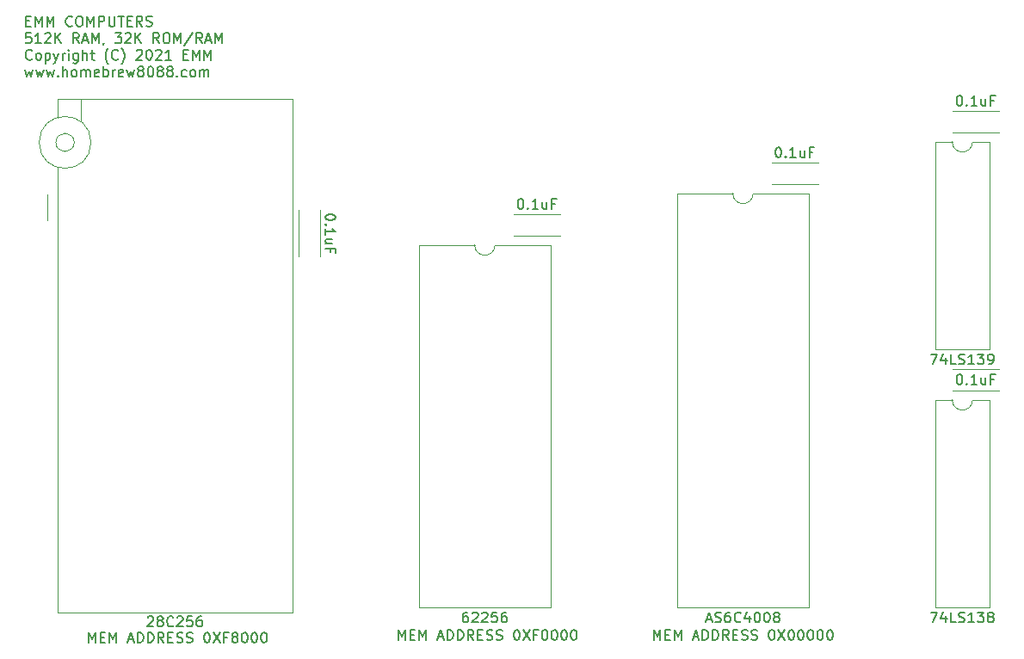
<source format=gbr>
G04 #@! TF.GenerationSoftware,KiCad,Pcbnew,(5.1.8)-1*
G04 #@! TF.CreationDate,2021-11-26T20:45:30-07:00*
G04 #@! TF.ProjectId,512k,3531326b-2e6b-4696-9361-645f70636258,rev?*
G04 #@! TF.SameCoordinates,Original*
G04 #@! TF.FileFunction,Legend,Top*
G04 #@! TF.FilePolarity,Positive*
%FSLAX46Y46*%
G04 Gerber Fmt 4.6, Leading zero omitted, Abs format (unit mm)*
G04 Created by KiCad (PCBNEW (5.1.8)-1) date 2021-11-26 20:45:30*
%MOMM*%
%LPD*%
G01*
G04 APERTURE LIST*
%ADD10C,0.150000*%
%ADD11C,0.120000*%
G04 APERTURE END LIST*
D10*
X89552284Y-121838980D02*
X89552284Y-120838980D01*
X89885618Y-121553266D01*
X90218951Y-120838980D01*
X90218951Y-121838980D01*
X90695141Y-121315171D02*
X91028475Y-121315171D01*
X91171332Y-121838980D02*
X90695141Y-121838980D01*
X90695141Y-120838980D01*
X91171332Y-120838980D01*
X91599903Y-121838980D02*
X91599903Y-120838980D01*
X91933237Y-121553266D01*
X92266570Y-120838980D01*
X92266570Y-121838980D01*
X93457046Y-121553266D02*
X93933237Y-121553266D01*
X93361808Y-121838980D02*
X93695141Y-120838980D01*
X94028475Y-121838980D01*
X94361808Y-121838980D02*
X94361808Y-120838980D01*
X94599903Y-120838980D01*
X94742760Y-120886600D01*
X94837999Y-120981838D01*
X94885618Y-121077076D01*
X94933237Y-121267552D01*
X94933237Y-121410409D01*
X94885618Y-121600885D01*
X94837999Y-121696123D01*
X94742760Y-121791361D01*
X94599903Y-121838980D01*
X94361808Y-121838980D01*
X95361808Y-121838980D02*
X95361808Y-120838980D01*
X95599903Y-120838980D01*
X95742760Y-120886600D01*
X95837999Y-120981838D01*
X95885618Y-121077076D01*
X95933237Y-121267552D01*
X95933237Y-121410409D01*
X95885618Y-121600885D01*
X95837999Y-121696123D01*
X95742760Y-121791361D01*
X95599903Y-121838980D01*
X95361808Y-121838980D01*
X96933237Y-121838980D02*
X96599903Y-121362790D01*
X96361808Y-121838980D02*
X96361808Y-120838980D01*
X96742760Y-120838980D01*
X96837999Y-120886600D01*
X96885618Y-120934219D01*
X96933237Y-121029457D01*
X96933237Y-121172314D01*
X96885618Y-121267552D01*
X96837999Y-121315171D01*
X96742760Y-121362790D01*
X96361808Y-121362790D01*
X97361808Y-121315171D02*
X97695141Y-121315171D01*
X97837999Y-121838980D02*
X97361808Y-121838980D01*
X97361808Y-120838980D01*
X97837999Y-120838980D01*
X98218951Y-121791361D02*
X98361808Y-121838980D01*
X98599903Y-121838980D01*
X98695141Y-121791361D01*
X98742760Y-121743742D01*
X98790380Y-121648504D01*
X98790380Y-121553266D01*
X98742760Y-121458028D01*
X98695141Y-121410409D01*
X98599903Y-121362790D01*
X98409427Y-121315171D01*
X98314189Y-121267552D01*
X98266570Y-121219933D01*
X98218951Y-121124695D01*
X98218951Y-121029457D01*
X98266570Y-120934219D01*
X98314189Y-120886600D01*
X98409427Y-120838980D01*
X98647522Y-120838980D01*
X98790380Y-120886600D01*
X99171332Y-121791361D02*
X99314189Y-121838980D01*
X99552284Y-121838980D01*
X99647522Y-121791361D01*
X99695141Y-121743742D01*
X99742760Y-121648504D01*
X99742760Y-121553266D01*
X99695141Y-121458028D01*
X99647522Y-121410409D01*
X99552284Y-121362790D01*
X99361808Y-121315171D01*
X99266570Y-121267552D01*
X99218951Y-121219933D01*
X99171332Y-121124695D01*
X99171332Y-121029457D01*
X99218951Y-120934219D01*
X99266570Y-120886600D01*
X99361808Y-120838980D01*
X99599903Y-120838980D01*
X99742760Y-120886600D01*
X101123713Y-120838980D02*
X101218951Y-120838980D01*
X101314189Y-120886600D01*
X101361808Y-120934219D01*
X101409427Y-121029457D01*
X101457046Y-121219933D01*
X101457046Y-121458028D01*
X101409427Y-121648504D01*
X101361808Y-121743742D01*
X101314189Y-121791361D01*
X101218951Y-121838980D01*
X101123713Y-121838980D01*
X101028475Y-121791361D01*
X100980856Y-121743742D01*
X100933237Y-121648504D01*
X100885618Y-121458028D01*
X100885618Y-121219933D01*
X100933237Y-121029457D01*
X100980856Y-120934219D01*
X101028475Y-120886600D01*
X101123713Y-120838980D01*
X101790380Y-120838980D02*
X102457046Y-121838980D01*
X102457046Y-120838980D02*
X101790380Y-121838980D01*
X103171332Y-121315171D02*
X102837999Y-121315171D01*
X102837999Y-121838980D02*
X102837999Y-120838980D01*
X103314189Y-120838980D01*
X103837999Y-121267552D02*
X103742760Y-121219933D01*
X103695141Y-121172314D01*
X103647522Y-121077076D01*
X103647522Y-121029457D01*
X103695141Y-120934219D01*
X103742760Y-120886600D01*
X103837999Y-120838980D01*
X104028475Y-120838980D01*
X104123713Y-120886600D01*
X104171332Y-120934219D01*
X104218951Y-121029457D01*
X104218951Y-121077076D01*
X104171332Y-121172314D01*
X104123713Y-121219933D01*
X104028475Y-121267552D01*
X103837999Y-121267552D01*
X103742760Y-121315171D01*
X103695141Y-121362790D01*
X103647522Y-121458028D01*
X103647522Y-121648504D01*
X103695141Y-121743742D01*
X103742760Y-121791361D01*
X103837999Y-121838980D01*
X104028475Y-121838980D01*
X104123713Y-121791361D01*
X104171332Y-121743742D01*
X104218951Y-121648504D01*
X104218951Y-121458028D01*
X104171332Y-121362790D01*
X104123713Y-121315171D01*
X104028475Y-121267552D01*
X104837999Y-120838980D02*
X104933237Y-120838980D01*
X105028475Y-120886600D01*
X105076094Y-120934219D01*
X105123713Y-121029457D01*
X105171332Y-121219933D01*
X105171332Y-121458028D01*
X105123713Y-121648504D01*
X105076094Y-121743742D01*
X105028475Y-121791361D01*
X104933237Y-121838980D01*
X104837999Y-121838980D01*
X104742760Y-121791361D01*
X104695141Y-121743742D01*
X104647522Y-121648504D01*
X104599903Y-121458028D01*
X104599903Y-121219933D01*
X104647522Y-121029457D01*
X104695141Y-120934219D01*
X104742760Y-120886600D01*
X104837999Y-120838980D01*
X105790380Y-120838980D02*
X105885618Y-120838980D01*
X105980856Y-120886600D01*
X106028475Y-120934219D01*
X106076094Y-121029457D01*
X106123713Y-121219933D01*
X106123713Y-121458028D01*
X106076094Y-121648504D01*
X106028475Y-121743742D01*
X105980856Y-121791361D01*
X105885618Y-121838980D01*
X105790380Y-121838980D01*
X105695141Y-121791361D01*
X105647522Y-121743742D01*
X105599903Y-121648504D01*
X105552284Y-121458028D01*
X105552284Y-121219933D01*
X105599903Y-121029457D01*
X105647522Y-120934219D01*
X105695141Y-120886600D01*
X105790380Y-120838980D01*
X106742760Y-120838980D02*
X106837999Y-120838980D01*
X106933237Y-120886600D01*
X106980856Y-120934219D01*
X107028475Y-121029457D01*
X107076094Y-121219933D01*
X107076094Y-121458028D01*
X107028475Y-121648504D01*
X106980856Y-121743742D01*
X106933237Y-121791361D01*
X106837999Y-121838980D01*
X106742760Y-121838980D01*
X106647522Y-121791361D01*
X106599903Y-121743742D01*
X106552284Y-121648504D01*
X106504665Y-121458028D01*
X106504665Y-121219933D01*
X106552284Y-121029457D01*
X106599903Y-120934219D01*
X106647522Y-120886600D01*
X106742760Y-120838980D01*
X145130665Y-121584980D02*
X145130665Y-120584980D01*
X145463999Y-121299266D01*
X145797332Y-120584980D01*
X145797332Y-121584980D01*
X146273522Y-121061171D02*
X146606856Y-121061171D01*
X146749713Y-121584980D02*
X146273522Y-121584980D01*
X146273522Y-120584980D01*
X146749713Y-120584980D01*
X147178284Y-121584980D02*
X147178284Y-120584980D01*
X147511618Y-121299266D01*
X147844951Y-120584980D01*
X147844951Y-121584980D01*
X149035427Y-121299266D02*
X149511618Y-121299266D01*
X148940189Y-121584980D02*
X149273522Y-120584980D01*
X149606856Y-121584980D01*
X149940189Y-121584980D02*
X149940189Y-120584980D01*
X150178284Y-120584980D01*
X150321141Y-120632600D01*
X150416380Y-120727838D01*
X150463999Y-120823076D01*
X150511618Y-121013552D01*
X150511618Y-121156409D01*
X150463999Y-121346885D01*
X150416380Y-121442123D01*
X150321141Y-121537361D01*
X150178284Y-121584980D01*
X149940189Y-121584980D01*
X150940189Y-121584980D02*
X150940189Y-120584980D01*
X151178284Y-120584980D01*
X151321141Y-120632600D01*
X151416380Y-120727838D01*
X151463999Y-120823076D01*
X151511618Y-121013552D01*
X151511618Y-121156409D01*
X151463999Y-121346885D01*
X151416380Y-121442123D01*
X151321141Y-121537361D01*
X151178284Y-121584980D01*
X150940189Y-121584980D01*
X152511618Y-121584980D02*
X152178284Y-121108790D01*
X151940189Y-121584980D02*
X151940189Y-120584980D01*
X152321141Y-120584980D01*
X152416380Y-120632600D01*
X152463999Y-120680219D01*
X152511618Y-120775457D01*
X152511618Y-120918314D01*
X152463999Y-121013552D01*
X152416380Y-121061171D01*
X152321141Y-121108790D01*
X151940189Y-121108790D01*
X152940189Y-121061171D02*
X153273522Y-121061171D01*
X153416380Y-121584980D02*
X152940189Y-121584980D01*
X152940189Y-120584980D01*
X153416380Y-120584980D01*
X153797332Y-121537361D02*
X153940189Y-121584980D01*
X154178284Y-121584980D01*
X154273522Y-121537361D01*
X154321141Y-121489742D01*
X154368760Y-121394504D01*
X154368760Y-121299266D01*
X154321141Y-121204028D01*
X154273522Y-121156409D01*
X154178284Y-121108790D01*
X153987808Y-121061171D01*
X153892570Y-121013552D01*
X153844951Y-120965933D01*
X153797332Y-120870695D01*
X153797332Y-120775457D01*
X153844951Y-120680219D01*
X153892570Y-120632600D01*
X153987808Y-120584980D01*
X154225903Y-120584980D01*
X154368760Y-120632600D01*
X154749713Y-121537361D02*
X154892570Y-121584980D01*
X155130665Y-121584980D01*
X155225903Y-121537361D01*
X155273522Y-121489742D01*
X155321141Y-121394504D01*
X155321141Y-121299266D01*
X155273522Y-121204028D01*
X155225903Y-121156409D01*
X155130665Y-121108790D01*
X154940189Y-121061171D01*
X154844951Y-121013552D01*
X154797332Y-120965933D01*
X154749713Y-120870695D01*
X154749713Y-120775457D01*
X154797332Y-120680219D01*
X154844951Y-120632600D01*
X154940189Y-120584980D01*
X155178284Y-120584980D01*
X155321141Y-120632600D01*
X156702094Y-120584980D02*
X156797332Y-120584980D01*
X156892570Y-120632600D01*
X156940189Y-120680219D01*
X156987808Y-120775457D01*
X157035427Y-120965933D01*
X157035427Y-121204028D01*
X156987808Y-121394504D01*
X156940189Y-121489742D01*
X156892570Y-121537361D01*
X156797332Y-121584980D01*
X156702094Y-121584980D01*
X156606856Y-121537361D01*
X156559237Y-121489742D01*
X156511618Y-121394504D01*
X156463999Y-121204028D01*
X156463999Y-120965933D01*
X156511618Y-120775457D01*
X156559237Y-120680219D01*
X156606856Y-120632600D01*
X156702094Y-120584980D01*
X157368760Y-120584980D02*
X158035427Y-121584980D01*
X158035427Y-120584980D02*
X157368760Y-121584980D01*
X158606856Y-120584980D02*
X158702094Y-120584980D01*
X158797332Y-120632600D01*
X158844951Y-120680219D01*
X158892570Y-120775457D01*
X158940189Y-120965933D01*
X158940189Y-121204028D01*
X158892570Y-121394504D01*
X158844951Y-121489742D01*
X158797332Y-121537361D01*
X158702094Y-121584980D01*
X158606856Y-121584980D01*
X158511618Y-121537361D01*
X158463999Y-121489742D01*
X158416380Y-121394504D01*
X158368760Y-121204028D01*
X158368760Y-120965933D01*
X158416380Y-120775457D01*
X158463999Y-120680219D01*
X158511618Y-120632600D01*
X158606856Y-120584980D01*
X159559237Y-120584980D02*
X159654475Y-120584980D01*
X159749713Y-120632600D01*
X159797332Y-120680219D01*
X159844951Y-120775457D01*
X159892570Y-120965933D01*
X159892570Y-121204028D01*
X159844951Y-121394504D01*
X159797332Y-121489742D01*
X159749713Y-121537361D01*
X159654475Y-121584980D01*
X159559237Y-121584980D01*
X159463999Y-121537361D01*
X159416380Y-121489742D01*
X159368760Y-121394504D01*
X159321141Y-121204028D01*
X159321141Y-120965933D01*
X159368760Y-120775457D01*
X159416380Y-120680219D01*
X159463999Y-120632600D01*
X159559237Y-120584980D01*
X160511618Y-120584980D02*
X160606856Y-120584980D01*
X160702094Y-120632600D01*
X160749713Y-120680219D01*
X160797332Y-120775457D01*
X160844951Y-120965933D01*
X160844951Y-121204028D01*
X160797332Y-121394504D01*
X160749713Y-121489742D01*
X160702094Y-121537361D01*
X160606856Y-121584980D01*
X160511618Y-121584980D01*
X160416380Y-121537361D01*
X160368760Y-121489742D01*
X160321141Y-121394504D01*
X160273522Y-121204028D01*
X160273522Y-120965933D01*
X160321141Y-120775457D01*
X160368760Y-120680219D01*
X160416380Y-120632600D01*
X160511618Y-120584980D01*
X161463999Y-120584980D02*
X161559237Y-120584980D01*
X161654475Y-120632600D01*
X161702094Y-120680219D01*
X161749713Y-120775457D01*
X161797332Y-120965933D01*
X161797332Y-121204028D01*
X161749713Y-121394504D01*
X161702094Y-121489742D01*
X161654475Y-121537361D01*
X161559237Y-121584980D01*
X161463999Y-121584980D01*
X161368760Y-121537361D01*
X161321141Y-121489742D01*
X161273522Y-121394504D01*
X161225903Y-121204028D01*
X161225903Y-120965933D01*
X161273522Y-120775457D01*
X161321141Y-120680219D01*
X161368760Y-120632600D01*
X161463999Y-120584980D01*
X162416380Y-120584980D02*
X162511618Y-120584980D01*
X162606856Y-120632600D01*
X162654475Y-120680219D01*
X162702094Y-120775457D01*
X162749713Y-120965933D01*
X162749713Y-121204028D01*
X162702094Y-121394504D01*
X162654475Y-121489742D01*
X162606856Y-121537361D01*
X162511618Y-121584980D01*
X162416380Y-121584980D01*
X162321141Y-121537361D01*
X162273522Y-121489742D01*
X162225903Y-121394504D01*
X162178284Y-121204028D01*
X162178284Y-120965933D01*
X162225903Y-120775457D01*
X162273522Y-120680219D01*
X162321141Y-120632600D01*
X162416380Y-120584980D01*
X83385975Y-60674171D02*
X83719308Y-60674171D01*
X83862165Y-61197980D02*
X83385975Y-61197980D01*
X83385975Y-60197980D01*
X83862165Y-60197980D01*
X84290737Y-61197980D02*
X84290737Y-60197980D01*
X84624070Y-60912266D01*
X84957403Y-60197980D01*
X84957403Y-61197980D01*
X85433594Y-61197980D02*
X85433594Y-60197980D01*
X85766927Y-60912266D01*
X86100260Y-60197980D01*
X86100260Y-61197980D01*
X87909784Y-61102742D02*
X87862165Y-61150361D01*
X87719308Y-61197980D01*
X87624070Y-61197980D01*
X87481213Y-61150361D01*
X87385975Y-61055123D01*
X87338356Y-60959885D01*
X87290737Y-60769409D01*
X87290737Y-60626552D01*
X87338356Y-60436076D01*
X87385975Y-60340838D01*
X87481213Y-60245600D01*
X87624070Y-60197980D01*
X87719308Y-60197980D01*
X87862165Y-60245600D01*
X87909784Y-60293219D01*
X88528832Y-60197980D02*
X88719308Y-60197980D01*
X88814546Y-60245600D01*
X88909784Y-60340838D01*
X88957403Y-60531314D01*
X88957403Y-60864647D01*
X88909784Y-61055123D01*
X88814546Y-61150361D01*
X88719308Y-61197980D01*
X88528832Y-61197980D01*
X88433594Y-61150361D01*
X88338356Y-61055123D01*
X88290737Y-60864647D01*
X88290737Y-60531314D01*
X88338356Y-60340838D01*
X88433594Y-60245600D01*
X88528832Y-60197980D01*
X89385975Y-61197980D02*
X89385975Y-60197980D01*
X89719308Y-60912266D01*
X90052641Y-60197980D01*
X90052641Y-61197980D01*
X90528832Y-61197980D02*
X90528832Y-60197980D01*
X90909784Y-60197980D01*
X91005022Y-60245600D01*
X91052641Y-60293219D01*
X91100260Y-60388457D01*
X91100260Y-60531314D01*
X91052641Y-60626552D01*
X91005022Y-60674171D01*
X90909784Y-60721790D01*
X90528832Y-60721790D01*
X91528832Y-60197980D02*
X91528832Y-61007504D01*
X91576451Y-61102742D01*
X91624070Y-61150361D01*
X91719308Y-61197980D01*
X91909784Y-61197980D01*
X92005022Y-61150361D01*
X92052641Y-61102742D01*
X92100260Y-61007504D01*
X92100260Y-60197980D01*
X92433594Y-60197980D02*
X93005022Y-60197980D01*
X92719308Y-61197980D02*
X92719308Y-60197980D01*
X93338356Y-60674171D02*
X93671689Y-60674171D01*
X93814546Y-61197980D02*
X93338356Y-61197980D01*
X93338356Y-60197980D01*
X93814546Y-60197980D01*
X94814546Y-61197980D02*
X94481213Y-60721790D01*
X94243118Y-61197980D02*
X94243118Y-60197980D01*
X94624070Y-60197980D01*
X94719308Y-60245600D01*
X94766927Y-60293219D01*
X94814546Y-60388457D01*
X94814546Y-60531314D01*
X94766927Y-60626552D01*
X94719308Y-60674171D01*
X94624070Y-60721790D01*
X94243118Y-60721790D01*
X95195499Y-61150361D02*
X95338356Y-61197980D01*
X95576451Y-61197980D01*
X95671689Y-61150361D01*
X95719308Y-61102742D01*
X95766927Y-61007504D01*
X95766927Y-60912266D01*
X95719308Y-60817028D01*
X95671689Y-60769409D01*
X95576451Y-60721790D01*
X95385975Y-60674171D01*
X95290737Y-60626552D01*
X95243118Y-60578933D01*
X95195499Y-60483695D01*
X95195499Y-60388457D01*
X95243118Y-60293219D01*
X95290737Y-60245600D01*
X95385975Y-60197980D01*
X95624070Y-60197980D01*
X95766927Y-60245600D01*
X83862165Y-61847980D02*
X83385975Y-61847980D01*
X83338356Y-62324171D01*
X83385975Y-62276552D01*
X83481213Y-62228933D01*
X83719308Y-62228933D01*
X83814546Y-62276552D01*
X83862165Y-62324171D01*
X83909784Y-62419409D01*
X83909784Y-62657504D01*
X83862165Y-62752742D01*
X83814546Y-62800361D01*
X83719308Y-62847980D01*
X83481213Y-62847980D01*
X83385975Y-62800361D01*
X83338356Y-62752742D01*
X84862165Y-62847980D02*
X84290737Y-62847980D01*
X84576451Y-62847980D02*
X84576451Y-61847980D01*
X84481213Y-61990838D01*
X84385975Y-62086076D01*
X84290737Y-62133695D01*
X85243118Y-61943219D02*
X85290737Y-61895600D01*
X85385975Y-61847980D01*
X85624070Y-61847980D01*
X85719308Y-61895600D01*
X85766927Y-61943219D01*
X85814546Y-62038457D01*
X85814546Y-62133695D01*
X85766927Y-62276552D01*
X85195499Y-62847980D01*
X85814546Y-62847980D01*
X86243118Y-62847980D02*
X86243118Y-61847980D01*
X86814546Y-62847980D02*
X86385975Y-62276552D01*
X86814546Y-61847980D02*
X86243118Y-62419409D01*
X88576451Y-62847980D02*
X88243118Y-62371790D01*
X88005022Y-62847980D02*
X88005022Y-61847980D01*
X88385975Y-61847980D01*
X88481213Y-61895600D01*
X88528832Y-61943219D01*
X88576451Y-62038457D01*
X88576451Y-62181314D01*
X88528832Y-62276552D01*
X88481213Y-62324171D01*
X88385975Y-62371790D01*
X88005022Y-62371790D01*
X88957403Y-62562266D02*
X89433594Y-62562266D01*
X88862165Y-62847980D02*
X89195499Y-61847980D01*
X89528832Y-62847980D01*
X89862165Y-62847980D02*
X89862165Y-61847980D01*
X90195499Y-62562266D01*
X90528832Y-61847980D01*
X90528832Y-62847980D01*
X91052641Y-62800361D02*
X91052641Y-62847980D01*
X91005022Y-62943219D01*
X90957403Y-62990838D01*
X92147880Y-61847980D02*
X92766927Y-61847980D01*
X92433594Y-62228933D01*
X92576451Y-62228933D01*
X92671689Y-62276552D01*
X92719308Y-62324171D01*
X92766927Y-62419409D01*
X92766927Y-62657504D01*
X92719308Y-62752742D01*
X92671689Y-62800361D01*
X92576451Y-62847980D01*
X92290737Y-62847980D01*
X92195499Y-62800361D01*
X92147880Y-62752742D01*
X93147880Y-61943219D02*
X93195499Y-61895600D01*
X93290737Y-61847980D01*
X93528832Y-61847980D01*
X93624070Y-61895600D01*
X93671689Y-61943219D01*
X93719308Y-62038457D01*
X93719308Y-62133695D01*
X93671689Y-62276552D01*
X93100260Y-62847980D01*
X93719308Y-62847980D01*
X94147880Y-62847980D02*
X94147880Y-61847980D01*
X94719308Y-62847980D02*
X94290737Y-62276552D01*
X94719308Y-61847980D02*
X94147880Y-62419409D01*
X96481213Y-62847980D02*
X96147880Y-62371790D01*
X95909784Y-62847980D02*
X95909784Y-61847980D01*
X96290737Y-61847980D01*
X96385975Y-61895600D01*
X96433594Y-61943219D01*
X96481213Y-62038457D01*
X96481213Y-62181314D01*
X96433594Y-62276552D01*
X96385975Y-62324171D01*
X96290737Y-62371790D01*
X95909784Y-62371790D01*
X97100260Y-61847980D02*
X97290737Y-61847980D01*
X97385975Y-61895600D01*
X97481213Y-61990838D01*
X97528832Y-62181314D01*
X97528832Y-62514647D01*
X97481213Y-62705123D01*
X97385975Y-62800361D01*
X97290737Y-62847980D01*
X97100260Y-62847980D01*
X97005022Y-62800361D01*
X96909784Y-62705123D01*
X96862165Y-62514647D01*
X96862165Y-62181314D01*
X96909784Y-61990838D01*
X97005022Y-61895600D01*
X97100260Y-61847980D01*
X97957403Y-62847980D02*
X97957403Y-61847980D01*
X98290737Y-62562266D01*
X98624070Y-61847980D01*
X98624070Y-62847980D01*
X99814546Y-61800361D02*
X98957403Y-63086076D01*
X100719308Y-62847980D02*
X100385975Y-62371790D01*
X100147880Y-62847980D02*
X100147880Y-61847980D01*
X100528832Y-61847980D01*
X100624070Y-61895600D01*
X100671689Y-61943219D01*
X100719308Y-62038457D01*
X100719308Y-62181314D01*
X100671689Y-62276552D01*
X100624070Y-62324171D01*
X100528832Y-62371790D01*
X100147880Y-62371790D01*
X101100260Y-62562266D02*
X101576451Y-62562266D01*
X101005022Y-62847980D02*
X101338356Y-61847980D01*
X101671689Y-62847980D01*
X102005022Y-62847980D02*
X102005022Y-61847980D01*
X102338356Y-62562266D01*
X102671689Y-61847980D01*
X102671689Y-62847980D01*
X83957403Y-64402742D02*
X83909784Y-64450361D01*
X83766927Y-64497980D01*
X83671689Y-64497980D01*
X83528832Y-64450361D01*
X83433594Y-64355123D01*
X83385975Y-64259885D01*
X83338356Y-64069409D01*
X83338356Y-63926552D01*
X83385975Y-63736076D01*
X83433594Y-63640838D01*
X83528832Y-63545600D01*
X83671689Y-63497980D01*
X83766927Y-63497980D01*
X83909784Y-63545600D01*
X83957403Y-63593219D01*
X84528832Y-64497980D02*
X84433594Y-64450361D01*
X84385975Y-64402742D01*
X84338356Y-64307504D01*
X84338356Y-64021790D01*
X84385975Y-63926552D01*
X84433594Y-63878933D01*
X84528832Y-63831314D01*
X84671689Y-63831314D01*
X84766927Y-63878933D01*
X84814546Y-63926552D01*
X84862165Y-64021790D01*
X84862165Y-64307504D01*
X84814546Y-64402742D01*
X84766927Y-64450361D01*
X84671689Y-64497980D01*
X84528832Y-64497980D01*
X85290737Y-63831314D02*
X85290737Y-64831314D01*
X85290737Y-63878933D02*
X85385975Y-63831314D01*
X85576451Y-63831314D01*
X85671689Y-63878933D01*
X85719308Y-63926552D01*
X85766927Y-64021790D01*
X85766927Y-64307504D01*
X85719308Y-64402742D01*
X85671689Y-64450361D01*
X85576451Y-64497980D01*
X85385975Y-64497980D01*
X85290737Y-64450361D01*
X86100260Y-63831314D02*
X86338356Y-64497980D01*
X86576451Y-63831314D02*
X86338356Y-64497980D01*
X86243118Y-64736076D01*
X86195499Y-64783695D01*
X86100260Y-64831314D01*
X86957403Y-64497980D02*
X86957403Y-63831314D01*
X86957403Y-64021790D02*
X87005022Y-63926552D01*
X87052641Y-63878933D01*
X87147880Y-63831314D01*
X87243118Y-63831314D01*
X87576451Y-64497980D02*
X87576451Y-63831314D01*
X87576451Y-63497980D02*
X87528832Y-63545600D01*
X87576451Y-63593219D01*
X87624070Y-63545600D01*
X87576451Y-63497980D01*
X87576451Y-63593219D01*
X88481213Y-63831314D02*
X88481213Y-64640838D01*
X88433594Y-64736076D01*
X88385975Y-64783695D01*
X88290737Y-64831314D01*
X88147880Y-64831314D01*
X88052641Y-64783695D01*
X88481213Y-64450361D02*
X88385975Y-64497980D01*
X88195499Y-64497980D01*
X88100260Y-64450361D01*
X88052641Y-64402742D01*
X88005022Y-64307504D01*
X88005022Y-64021790D01*
X88052641Y-63926552D01*
X88100260Y-63878933D01*
X88195499Y-63831314D01*
X88385975Y-63831314D01*
X88481213Y-63878933D01*
X88957403Y-64497980D02*
X88957403Y-63497980D01*
X89385975Y-64497980D02*
X89385975Y-63974171D01*
X89338356Y-63878933D01*
X89243118Y-63831314D01*
X89100260Y-63831314D01*
X89005022Y-63878933D01*
X88957403Y-63926552D01*
X89719308Y-63831314D02*
X90100260Y-63831314D01*
X89862165Y-63497980D02*
X89862165Y-64355123D01*
X89909784Y-64450361D01*
X90005022Y-64497980D01*
X90100260Y-64497980D01*
X91481213Y-64878933D02*
X91433594Y-64831314D01*
X91338356Y-64688457D01*
X91290737Y-64593219D01*
X91243118Y-64450361D01*
X91195499Y-64212266D01*
X91195499Y-64021790D01*
X91243118Y-63783695D01*
X91290737Y-63640838D01*
X91338356Y-63545600D01*
X91433594Y-63402742D01*
X91481213Y-63355123D01*
X92433594Y-64402742D02*
X92385975Y-64450361D01*
X92243118Y-64497980D01*
X92147880Y-64497980D01*
X92005022Y-64450361D01*
X91909784Y-64355123D01*
X91862165Y-64259885D01*
X91814546Y-64069409D01*
X91814546Y-63926552D01*
X91862165Y-63736076D01*
X91909784Y-63640838D01*
X92005022Y-63545600D01*
X92147880Y-63497980D01*
X92243118Y-63497980D01*
X92385975Y-63545600D01*
X92433594Y-63593219D01*
X92766927Y-64878933D02*
X92814546Y-64831314D01*
X92909784Y-64688457D01*
X92957403Y-64593219D01*
X93005022Y-64450361D01*
X93052641Y-64212266D01*
X93052641Y-64021790D01*
X93005022Y-63783695D01*
X92957403Y-63640838D01*
X92909784Y-63545600D01*
X92814546Y-63402742D01*
X92766927Y-63355123D01*
X94243118Y-63593219D02*
X94290737Y-63545600D01*
X94385975Y-63497980D01*
X94624070Y-63497980D01*
X94719308Y-63545600D01*
X94766927Y-63593219D01*
X94814546Y-63688457D01*
X94814546Y-63783695D01*
X94766927Y-63926552D01*
X94195499Y-64497980D01*
X94814546Y-64497980D01*
X95433594Y-63497980D02*
X95528832Y-63497980D01*
X95624070Y-63545600D01*
X95671689Y-63593219D01*
X95719308Y-63688457D01*
X95766927Y-63878933D01*
X95766927Y-64117028D01*
X95719308Y-64307504D01*
X95671689Y-64402742D01*
X95624070Y-64450361D01*
X95528832Y-64497980D01*
X95433594Y-64497980D01*
X95338356Y-64450361D01*
X95290737Y-64402742D01*
X95243118Y-64307504D01*
X95195499Y-64117028D01*
X95195499Y-63878933D01*
X95243118Y-63688457D01*
X95290737Y-63593219D01*
X95338356Y-63545600D01*
X95433594Y-63497980D01*
X96147880Y-63593219D02*
X96195499Y-63545600D01*
X96290737Y-63497980D01*
X96528832Y-63497980D01*
X96624070Y-63545600D01*
X96671689Y-63593219D01*
X96719308Y-63688457D01*
X96719308Y-63783695D01*
X96671689Y-63926552D01*
X96100260Y-64497980D01*
X96719308Y-64497980D01*
X97671689Y-64497980D02*
X97100260Y-64497980D01*
X97385975Y-64497980D02*
X97385975Y-63497980D01*
X97290737Y-63640838D01*
X97195499Y-63736076D01*
X97100260Y-63783695D01*
X98862165Y-63974171D02*
X99195499Y-63974171D01*
X99338356Y-64497980D02*
X98862165Y-64497980D01*
X98862165Y-63497980D01*
X99338356Y-63497980D01*
X99766927Y-64497980D02*
X99766927Y-63497980D01*
X100100260Y-64212266D01*
X100433594Y-63497980D01*
X100433594Y-64497980D01*
X100909784Y-64497980D02*
X100909784Y-63497980D01*
X101243118Y-64212266D01*
X101576451Y-63497980D01*
X101576451Y-64497980D01*
X83290737Y-65481314D02*
X83481213Y-66147980D01*
X83671689Y-65671790D01*
X83862165Y-66147980D01*
X84052641Y-65481314D01*
X84338356Y-65481314D02*
X84528832Y-66147980D01*
X84719308Y-65671790D01*
X84909784Y-66147980D01*
X85100260Y-65481314D01*
X85385975Y-65481314D02*
X85576451Y-66147980D01*
X85766927Y-65671790D01*
X85957403Y-66147980D01*
X86147880Y-65481314D01*
X86528832Y-66052742D02*
X86576451Y-66100361D01*
X86528832Y-66147980D01*
X86481213Y-66100361D01*
X86528832Y-66052742D01*
X86528832Y-66147980D01*
X87005022Y-66147980D02*
X87005022Y-65147980D01*
X87433594Y-66147980D02*
X87433594Y-65624171D01*
X87385975Y-65528933D01*
X87290737Y-65481314D01*
X87147880Y-65481314D01*
X87052641Y-65528933D01*
X87005022Y-65576552D01*
X88052641Y-66147980D02*
X87957403Y-66100361D01*
X87909784Y-66052742D01*
X87862165Y-65957504D01*
X87862165Y-65671790D01*
X87909784Y-65576552D01*
X87957403Y-65528933D01*
X88052641Y-65481314D01*
X88195499Y-65481314D01*
X88290737Y-65528933D01*
X88338356Y-65576552D01*
X88385975Y-65671790D01*
X88385975Y-65957504D01*
X88338356Y-66052742D01*
X88290737Y-66100361D01*
X88195499Y-66147980D01*
X88052641Y-66147980D01*
X88814546Y-66147980D02*
X88814546Y-65481314D01*
X88814546Y-65576552D02*
X88862165Y-65528933D01*
X88957403Y-65481314D01*
X89100260Y-65481314D01*
X89195499Y-65528933D01*
X89243118Y-65624171D01*
X89243118Y-66147980D01*
X89243118Y-65624171D02*
X89290737Y-65528933D01*
X89385975Y-65481314D01*
X89528832Y-65481314D01*
X89624070Y-65528933D01*
X89671689Y-65624171D01*
X89671689Y-66147980D01*
X90528832Y-66100361D02*
X90433594Y-66147980D01*
X90243118Y-66147980D01*
X90147880Y-66100361D01*
X90100260Y-66005123D01*
X90100260Y-65624171D01*
X90147880Y-65528933D01*
X90243118Y-65481314D01*
X90433594Y-65481314D01*
X90528832Y-65528933D01*
X90576451Y-65624171D01*
X90576451Y-65719409D01*
X90100260Y-65814647D01*
X91005022Y-66147980D02*
X91005022Y-65147980D01*
X91005022Y-65528933D02*
X91100260Y-65481314D01*
X91290737Y-65481314D01*
X91385975Y-65528933D01*
X91433594Y-65576552D01*
X91481213Y-65671790D01*
X91481213Y-65957504D01*
X91433594Y-66052742D01*
X91385975Y-66100361D01*
X91290737Y-66147980D01*
X91100260Y-66147980D01*
X91005022Y-66100361D01*
X91909784Y-66147980D02*
X91909784Y-65481314D01*
X91909784Y-65671790D02*
X91957403Y-65576552D01*
X92005022Y-65528933D01*
X92100260Y-65481314D01*
X92195499Y-65481314D01*
X92909784Y-66100361D02*
X92814546Y-66147980D01*
X92624070Y-66147980D01*
X92528832Y-66100361D01*
X92481213Y-66005123D01*
X92481213Y-65624171D01*
X92528832Y-65528933D01*
X92624070Y-65481314D01*
X92814546Y-65481314D01*
X92909784Y-65528933D01*
X92957403Y-65624171D01*
X92957403Y-65719409D01*
X92481213Y-65814647D01*
X93290737Y-65481314D02*
X93481213Y-66147980D01*
X93671689Y-65671790D01*
X93862165Y-66147980D01*
X94052641Y-65481314D01*
X94576451Y-65576552D02*
X94481213Y-65528933D01*
X94433594Y-65481314D01*
X94385975Y-65386076D01*
X94385975Y-65338457D01*
X94433594Y-65243219D01*
X94481213Y-65195600D01*
X94576451Y-65147980D01*
X94766927Y-65147980D01*
X94862165Y-65195600D01*
X94909784Y-65243219D01*
X94957403Y-65338457D01*
X94957403Y-65386076D01*
X94909784Y-65481314D01*
X94862165Y-65528933D01*
X94766927Y-65576552D01*
X94576451Y-65576552D01*
X94481213Y-65624171D01*
X94433594Y-65671790D01*
X94385975Y-65767028D01*
X94385975Y-65957504D01*
X94433594Y-66052742D01*
X94481213Y-66100361D01*
X94576451Y-66147980D01*
X94766927Y-66147980D01*
X94862165Y-66100361D01*
X94909784Y-66052742D01*
X94957403Y-65957504D01*
X94957403Y-65767028D01*
X94909784Y-65671790D01*
X94862165Y-65624171D01*
X94766927Y-65576552D01*
X95576451Y-65147980D02*
X95671689Y-65147980D01*
X95766927Y-65195600D01*
X95814546Y-65243219D01*
X95862165Y-65338457D01*
X95909784Y-65528933D01*
X95909784Y-65767028D01*
X95862165Y-65957504D01*
X95814546Y-66052742D01*
X95766927Y-66100361D01*
X95671689Y-66147980D01*
X95576451Y-66147980D01*
X95481213Y-66100361D01*
X95433594Y-66052742D01*
X95385975Y-65957504D01*
X95338356Y-65767028D01*
X95338356Y-65528933D01*
X95385975Y-65338457D01*
X95433594Y-65243219D01*
X95481213Y-65195600D01*
X95576451Y-65147980D01*
X96481213Y-65576552D02*
X96385975Y-65528933D01*
X96338356Y-65481314D01*
X96290737Y-65386076D01*
X96290737Y-65338457D01*
X96338356Y-65243219D01*
X96385975Y-65195600D01*
X96481213Y-65147980D01*
X96671689Y-65147980D01*
X96766927Y-65195600D01*
X96814546Y-65243219D01*
X96862165Y-65338457D01*
X96862165Y-65386076D01*
X96814546Y-65481314D01*
X96766927Y-65528933D01*
X96671689Y-65576552D01*
X96481213Y-65576552D01*
X96385975Y-65624171D01*
X96338356Y-65671790D01*
X96290737Y-65767028D01*
X96290737Y-65957504D01*
X96338356Y-66052742D01*
X96385975Y-66100361D01*
X96481213Y-66147980D01*
X96671689Y-66147980D01*
X96766927Y-66100361D01*
X96814546Y-66052742D01*
X96862165Y-65957504D01*
X96862165Y-65767028D01*
X96814546Y-65671790D01*
X96766927Y-65624171D01*
X96671689Y-65576552D01*
X97433594Y-65576552D02*
X97338356Y-65528933D01*
X97290737Y-65481314D01*
X97243118Y-65386076D01*
X97243118Y-65338457D01*
X97290737Y-65243219D01*
X97338356Y-65195600D01*
X97433594Y-65147980D01*
X97624070Y-65147980D01*
X97719308Y-65195600D01*
X97766927Y-65243219D01*
X97814546Y-65338457D01*
X97814546Y-65386076D01*
X97766927Y-65481314D01*
X97719308Y-65528933D01*
X97624070Y-65576552D01*
X97433594Y-65576552D01*
X97338356Y-65624171D01*
X97290737Y-65671790D01*
X97243118Y-65767028D01*
X97243118Y-65957504D01*
X97290737Y-66052742D01*
X97338356Y-66100361D01*
X97433594Y-66147980D01*
X97624070Y-66147980D01*
X97719308Y-66100361D01*
X97766927Y-66052742D01*
X97814546Y-65957504D01*
X97814546Y-65767028D01*
X97766927Y-65671790D01*
X97719308Y-65624171D01*
X97624070Y-65576552D01*
X98243118Y-66052742D02*
X98290737Y-66100361D01*
X98243118Y-66147980D01*
X98195499Y-66100361D01*
X98243118Y-66052742D01*
X98243118Y-66147980D01*
X99147880Y-66100361D02*
X99052641Y-66147980D01*
X98862165Y-66147980D01*
X98766927Y-66100361D01*
X98719308Y-66052742D01*
X98671689Y-65957504D01*
X98671689Y-65671790D01*
X98719308Y-65576552D01*
X98766927Y-65528933D01*
X98862165Y-65481314D01*
X99052641Y-65481314D01*
X99147880Y-65528933D01*
X99719308Y-66147980D02*
X99624070Y-66100361D01*
X99576451Y-66052742D01*
X99528832Y-65957504D01*
X99528832Y-65671790D01*
X99576451Y-65576552D01*
X99624070Y-65528933D01*
X99719308Y-65481314D01*
X99862165Y-65481314D01*
X99957403Y-65528933D01*
X100005022Y-65576552D01*
X100052641Y-65671790D01*
X100052641Y-65957504D01*
X100005022Y-66052742D01*
X99957403Y-66100361D01*
X99862165Y-66147980D01*
X99719308Y-66147980D01*
X100481213Y-66147980D02*
X100481213Y-65481314D01*
X100481213Y-65576552D02*
X100528832Y-65528933D01*
X100624070Y-65481314D01*
X100766927Y-65481314D01*
X100862165Y-65528933D01*
X100909784Y-65624171D01*
X100909784Y-66147980D01*
X100909784Y-65624171D02*
X100957403Y-65528933D01*
X101052641Y-65481314D01*
X101195499Y-65481314D01*
X101290737Y-65528933D01*
X101338356Y-65624171D01*
X101338356Y-66147980D01*
X120032284Y-121584980D02*
X120032284Y-120584980D01*
X120365618Y-121299266D01*
X120698951Y-120584980D01*
X120698951Y-121584980D01*
X121175141Y-121061171D02*
X121508475Y-121061171D01*
X121651332Y-121584980D02*
X121175141Y-121584980D01*
X121175141Y-120584980D01*
X121651332Y-120584980D01*
X122079903Y-121584980D02*
X122079903Y-120584980D01*
X122413237Y-121299266D01*
X122746570Y-120584980D01*
X122746570Y-121584980D01*
X123937046Y-121299266D02*
X124413237Y-121299266D01*
X123841808Y-121584980D02*
X124175141Y-120584980D01*
X124508475Y-121584980D01*
X124841808Y-121584980D02*
X124841808Y-120584980D01*
X125079903Y-120584980D01*
X125222760Y-120632600D01*
X125317999Y-120727838D01*
X125365618Y-120823076D01*
X125413237Y-121013552D01*
X125413237Y-121156409D01*
X125365618Y-121346885D01*
X125317999Y-121442123D01*
X125222760Y-121537361D01*
X125079903Y-121584980D01*
X124841808Y-121584980D01*
X125841808Y-121584980D02*
X125841808Y-120584980D01*
X126079903Y-120584980D01*
X126222760Y-120632600D01*
X126317999Y-120727838D01*
X126365618Y-120823076D01*
X126413237Y-121013552D01*
X126413237Y-121156409D01*
X126365618Y-121346885D01*
X126317999Y-121442123D01*
X126222760Y-121537361D01*
X126079903Y-121584980D01*
X125841808Y-121584980D01*
X127413237Y-121584980D02*
X127079903Y-121108790D01*
X126841808Y-121584980D02*
X126841808Y-120584980D01*
X127222760Y-120584980D01*
X127317999Y-120632600D01*
X127365618Y-120680219D01*
X127413237Y-120775457D01*
X127413237Y-120918314D01*
X127365618Y-121013552D01*
X127317999Y-121061171D01*
X127222760Y-121108790D01*
X126841808Y-121108790D01*
X127841808Y-121061171D02*
X128175141Y-121061171D01*
X128317999Y-121584980D02*
X127841808Y-121584980D01*
X127841808Y-120584980D01*
X128317999Y-120584980D01*
X128698951Y-121537361D02*
X128841808Y-121584980D01*
X129079903Y-121584980D01*
X129175141Y-121537361D01*
X129222760Y-121489742D01*
X129270380Y-121394504D01*
X129270380Y-121299266D01*
X129222760Y-121204028D01*
X129175141Y-121156409D01*
X129079903Y-121108790D01*
X128889427Y-121061171D01*
X128794189Y-121013552D01*
X128746570Y-120965933D01*
X128698951Y-120870695D01*
X128698951Y-120775457D01*
X128746570Y-120680219D01*
X128794189Y-120632600D01*
X128889427Y-120584980D01*
X129127522Y-120584980D01*
X129270380Y-120632600D01*
X129651332Y-121537361D02*
X129794189Y-121584980D01*
X130032284Y-121584980D01*
X130127522Y-121537361D01*
X130175141Y-121489742D01*
X130222760Y-121394504D01*
X130222760Y-121299266D01*
X130175141Y-121204028D01*
X130127522Y-121156409D01*
X130032284Y-121108790D01*
X129841808Y-121061171D01*
X129746570Y-121013552D01*
X129698951Y-120965933D01*
X129651332Y-120870695D01*
X129651332Y-120775457D01*
X129698951Y-120680219D01*
X129746570Y-120632600D01*
X129841808Y-120584980D01*
X130079903Y-120584980D01*
X130222760Y-120632600D01*
X131603713Y-120584980D02*
X131698951Y-120584980D01*
X131794189Y-120632600D01*
X131841808Y-120680219D01*
X131889427Y-120775457D01*
X131937046Y-120965933D01*
X131937046Y-121204028D01*
X131889427Y-121394504D01*
X131841808Y-121489742D01*
X131794189Y-121537361D01*
X131698951Y-121584980D01*
X131603713Y-121584980D01*
X131508475Y-121537361D01*
X131460856Y-121489742D01*
X131413237Y-121394504D01*
X131365618Y-121204028D01*
X131365618Y-120965933D01*
X131413237Y-120775457D01*
X131460856Y-120680219D01*
X131508475Y-120632600D01*
X131603713Y-120584980D01*
X132270380Y-120584980D02*
X132937046Y-121584980D01*
X132937046Y-120584980D02*
X132270380Y-121584980D01*
X133651332Y-121061171D02*
X133317999Y-121061171D01*
X133317999Y-121584980D02*
X133317999Y-120584980D01*
X133794189Y-120584980D01*
X134365618Y-120584980D02*
X134460856Y-120584980D01*
X134556094Y-120632600D01*
X134603713Y-120680219D01*
X134651332Y-120775457D01*
X134698951Y-120965933D01*
X134698951Y-121204028D01*
X134651332Y-121394504D01*
X134603713Y-121489742D01*
X134556094Y-121537361D01*
X134460856Y-121584980D01*
X134365618Y-121584980D01*
X134270380Y-121537361D01*
X134222760Y-121489742D01*
X134175141Y-121394504D01*
X134127522Y-121204028D01*
X134127522Y-120965933D01*
X134175141Y-120775457D01*
X134222760Y-120680219D01*
X134270380Y-120632600D01*
X134365618Y-120584980D01*
X135317999Y-120584980D02*
X135413237Y-120584980D01*
X135508475Y-120632600D01*
X135556094Y-120680219D01*
X135603713Y-120775457D01*
X135651332Y-120965933D01*
X135651332Y-121204028D01*
X135603713Y-121394504D01*
X135556094Y-121489742D01*
X135508475Y-121537361D01*
X135413237Y-121584980D01*
X135317999Y-121584980D01*
X135222760Y-121537361D01*
X135175141Y-121489742D01*
X135127522Y-121394504D01*
X135079903Y-121204028D01*
X135079903Y-120965933D01*
X135127522Y-120775457D01*
X135175141Y-120680219D01*
X135222760Y-120632600D01*
X135317999Y-120584980D01*
X136270380Y-120584980D02*
X136365618Y-120584980D01*
X136460856Y-120632600D01*
X136508475Y-120680219D01*
X136556094Y-120775457D01*
X136603713Y-120965933D01*
X136603713Y-121204028D01*
X136556094Y-121394504D01*
X136508475Y-121489742D01*
X136460856Y-121537361D01*
X136365618Y-121584980D01*
X136270380Y-121584980D01*
X136175141Y-121537361D01*
X136127522Y-121489742D01*
X136079903Y-121394504D01*
X136032284Y-121204028D01*
X136032284Y-120965933D01*
X136079903Y-120775457D01*
X136127522Y-120680219D01*
X136175141Y-120632600D01*
X136270380Y-120584980D01*
X137222760Y-120584980D02*
X137317999Y-120584980D01*
X137413237Y-120632600D01*
X137460856Y-120680219D01*
X137508475Y-120775457D01*
X137556094Y-120965933D01*
X137556094Y-121204028D01*
X137508475Y-121394504D01*
X137460856Y-121489742D01*
X137413237Y-121537361D01*
X137317999Y-121584980D01*
X137222760Y-121584980D01*
X137127522Y-121537361D01*
X137079903Y-121489742D01*
X137032284Y-121394504D01*
X136984665Y-121204028D01*
X136984665Y-120965933D01*
X137032284Y-120775457D01*
X137079903Y-120680219D01*
X137127522Y-120632600D01*
X137222760Y-120584980D01*
D11*
G04 #@! TO.C,U5*
X174506380Y-97958600D02*
X172856380Y-97958600D01*
X172856380Y-97958600D02*
X172856380Y-118398600D01*
X172856380Y-118398600D02*
X178156380Y-118398600D01*
X178156380Y-118398600D02*
X178156380Y-97958600D01*
X178156380Y-97958600D02*
X176506380Y-97958600D01*
X176506380Y-97958600D02*
G75*
G02*
X174506380Y-97958600I-1000000J0D01*
G01*
G04 #@! TO.C,U4*
X174506380Y-72558600D02*
X172856380Y-72558600D01*
X172856380Y-72558600D02*
X172856380Y-92998600D01*
X172856380Y-92998600D02*
X178156380Y-92998600D01*
X178156380Y-92998600D02*
X178156380Y-72558600D01*
X178156380Y-72558600D02*
X176506380Y-72558600D01*
X176506380Y-72558600D02*
G75*
G02*
X174506380Y-72558600I-1000000J0D01*
G01*
G04 #@! TO.C,C5*
X174546380Y-94916600D02*
X179086380Y-94916600D01*
X174546380Y-97056600D02*
X179086380Y-97056600D01*
X174546380Y-94916600D02*
X174546380Y-94931600D01*
X174546380Y-97041600D02*
X174546380Y-97056600D01*
X179086380Y-94916600D02*
X179086380Y-94931600D01*
X179086380Y-97041600D02*
X179086380Y-97056600D01*
G04 #@! TO.C,C4*
X174546380Y-69516600D02*
X179086380Y-69516600D01*
X174546380Y-71656600D02*
X179086380Y-71656600D01*
X174546380Y-69516600D02*
X174546380Y-69531600D01*
X174546380Y-71641600D02*
X174546380Y-71656600D01*
X179086380Y-69516600D02*
X179086380Y-69531600D01*
X179086380Y-71641600D02*
X179086380Y-71656600D01*
G04 #@! TO.C,C3*
X156766380Y-74596600D02*
X161306380Y-74596600D01*
X156766380Y-76736600D02*
X161306380Y-76736600D01*
X156766380Y-74596600D02*
X156766380Y-74611600D01*
X156766380Y-76721600D02*
X156766380Y-76736600D01*
X161306380Y-74596600D02*
X161306380Y-74611600D01*
X161306380Y-76721600D02*
X161306380Y-76736600D01*
G04 #@! TO.C,C2*
X131366380Y-79676600D02*
X135906380Y-79676600D01*
X131366380Y-81816600D02*
X135906380Y-81816600D01*
X131366380Y-79676600D02*
X131366380Y-79691600D01*
X131366380Y-81801600D02*
X131366380Y-81816600D01*
X135906380Y-79676600D02*
X135906380Y-79691600D01*
X135906380Y-81801600D02*
X135906380Y-81816600D01*
G04 #@! TO.C,U2*
X85466380Y-80238600D02*
X85466380Y-77698600D01*
X88766380Y-68308600D02*
X88766380Y-70568600D01*
X86486380Y-68308600D02*
X86486380Y-70168600D01*
X109586380Y-68308600D02*
X86486380Y-68308600D01*
X109586380Y-118908600D02*
X109586380Y-68308600D01*
X86486380Y-118908600D02*
X109586380Y-118908600D01*
X86486380Y-75068600D02*
X86486380Y-118908600D01*
X88116380Y-72618600D02*
G75*
G03*
X88116380Y-72618600I-900000J0D01*
G01*
X89766380Y-72618600D02*
G75*
G03*
X89766380Y-72618600I-2550000J0D01*
G01*
G04 #@! TO.C,U1*
X134976380Y-82718600D02*
X129516380Y-82718600D01*
X134976380Y-118398600D02*
X134976380Y-82718600D01*
X122056380Y-118398600D02*
X134976380Y-118398600D01*
X122056380Y-82718600D02*
X122056380Y-118398600D01*
X127516380Y-82718600D02*
X122056380Y-82718600D01*
X129516380Y-82718600D02*
G75*
G02*
X127516380Y-82718600I-1000000J0D01*
G01*
G04 #@! TO.C,C1*
X112299380Y-79278600D02*
X112314380Y-79278600D01*
X110174380Y-79278600D02*
X110189380Y-79278600D01*
X112299380Y-83818600D02*
X112314380Y-83818600D01*
X110174380Y-83818600D02*
X110189380Y-83818600D01*
X112314380Y-83818600D02*
X112314380Y-79278600D01*
X110174380Y-83818600D02*
X110174380Y-79278600D01*
G04 #@! TO.C,U3*
X160376380Y-77638600D02*
X154916380Y-77638600D01*
X160376380Y-118398600D02*
X160376380Y-77638600D01*
X147456380Y-118398600D02*
X160376380Y-118398600D01*
X147456380Y-77638600D02*
X147456380Y-118398600D01*
X152916380Y-77638600D02*
X147456380Y-77638600D01*
X154916380Y-77638600D02*
G75*
G02*
X152916380Y-77638600I-1000000J0D01*
G01*
G04 #@! TO.C,U5*
D10*
X172387332Y-118850980D02*
X173053999Y-118850980D01*
X172625427Y-119850980D01*
X173863522Y-119184314D02*
X173863522Y-119850980D01*
X173625427Y-118803361D02*
X173387332Y-119517647D01*
X174006380Y-119517647D01*
X174863522Y-119850980D02*
X174387332Y-119850980D01*
X174387332Y-118850980D01*
X175149237Y-119803361D02*
X175292094Y-119850980D01*
X175530189Y-119850980D01*
X175625427Y-119803361D01*
X175673046Y-119755742D01*
X175720665Y-119660504D01*
X175720665Y-119565266D01*
X175673046Y-119470028D01*
X175625427Y-119422409D01*
X175530189Y-119374790D01*
X175339713Y-119327171D01*
X175244475Y-119279552D01*
X175196856Y-119231933D01*
X175149237Y-119136695D01*
X175149237Y-119041457D01*
X175196856Y-118946219D01*
X175244475Y-118898600D01*
X175339713Y-118850980D01*
X175577808Y-118850980D01*
X175720665Y-118898600D01*
X176673046Y-119850980D02*
X176101618Y-119850980D01*
X176387332Y-119850980D02*
X176387332Y-118850980D01*
X176292094Y-118993838D01*
X176196856Y-119089076D01*
X176101618Y-119136695D01*
X177006380Y-118850980D02*
X177625427Y-118850980D01*
X177292094Y-119231933D01*
X177434951Y-119231933D01*
X177530189Y-119279552D01*
X177577808Y-119327171D01*
X177625427Y-119422409D01*
X177625427Y-119660504D01*
X177577808Y-119755742D01*
X177530189Y-119803361D01*
X177434951Y-119850980D01*
X177149237Y-119850980D01*
X177053999Y-119803361D01*
X177006380Y-119755742D01*
X178196856Y-119279552D02*
X178101618Y-119231933D01*
X178053999Y-119184314D01*
X178006380Y-119089076D01*
X178006380Y-119041457D01*
X178053999Y-118946219D01*
X178101618Y-118898600D01*
X178196856Y-118850980D01*
X178387332Y-118850980D01*
X178482570Y-118898600D01*
X178530189Y-118946219D01*
X178577808Y-119041457D01*
X178577808Y-119089076D01*
X178530189Y-119184314D01*
X178482570Y-119231933D01*
X178387332Y-119279552D01*
X178196856Y-119279552D01*
X178101618Y-119327171D01*
X178053999Y-119374790D01*
X178006380Y-119470028D01*
X178006380Y-119660504D01*
X178053999Y-119755742D01*
X178101618Y-119803361D01*
X178196856Y-119850980D01*
X178387332Y-119850980D01*
X178482570Y-119803361D01*
X178530189Y-119755742D01*
X178577808Y-119660504D01*
X178577808Y-119470028D01*
X178530189Y-119374790D01*
X178482570Y-119327171D01*
X178387332Y-119279552D01*
G04 #@! TO.C,U4*
X172387332Y-93450980D02*
X173053999Y-93450980D01*
X172625427Y-94450980D01*
X173863522Y-93784314D02*
X173863522Y-94450980D01*
X173625427Y-93403361D02*
X173387332Y-94117647D01*
X174006380Y-94117647D01*
X174863522Y-94450980D02*
X174387332Y-94450980D01*
X174387332Y-93450980D01*
X175149237Y-94403361D02*
X175292094Y-94450980D01*
X175530189Y-94450980D01*
X175625427Y-94403361D01*
X175673046Y-94355742D01*
X175720665Y-94260504D01*
X175720665Y-94165266D01*
X175673046Y-94070028D01*
X175625427Y-94022409D01*
X175530189Y-93974790D01*
X175339713Y-93927171D01*
X175244475Y-93879552D01*
X175196856Y-93831933D01*
X175149237Y-93736695D01*
X175149237Y-93641457D01*
X175196856Y-93546219D01*
X175244475Y-93498600D01*
X175339713Y-93450980D01*
X175577808Y-93450980D01*
X175720665Y-93498600D01*
X176673046Y-94450980D02*
X176101618Y-94450980D01*
X176387332Y-94450980D02*
X176387332Y-93450980D01*
X176292094Y-93593838D01*
X176196856Y-93689076D01*
X176101618Y-93736695D01*
X177006380Y-93450980D02*
X177625427Y-93450980D01*
X177292094Y-93831933D01*
X177434951Y-93831933D01*
X177530189Y-93879552D01*
X177577808Y-93927171D01*
X177625427Y-94022409D01*
X177625427Y-94260504D01*
X177577808Y-94355742D01*
X177530189Y-94403361D01*
X177434951Y-94450980D01*
X177149237Y-94450980D01*
X177053999Y-94403361D01*
X177006380Y-94355742D01*
X178101618Y-94450980D02*
X178292094Y-94450980D01*
X178387332Y-94403361D01*
X178434951Y-94355742D01*
X178530189Y-94212885D01*
X178577808Y-94022409D01*
X178577808Y-93641457D01*
X178530189Y-93546219D01*
X178482570Y-93498600D01*
X178387332Y-93450980D01*
X178196856Y-93450980D01*
X178101618Y-93498600D01*
X178053999Y-93546219D01*
X178006380Y-93641457D01*
X178006380Y-93879552D01*
X178053999Y-93974790D01*
X178101618Y-94022409D01*
X178196856Y-94070028D01*
X178387332Y-94070028D01*
X178482570Y-94022409D01*
X178530189Y-93974790D01*
X178577808Y-93879552D01*
G04 #@! TO.C,C5*
X175173522Y-95438980D02*
X175268760Y-95438980D01*
X175363999Y-95486600D01*
X175411618Y-95534219D01*
X175459237Y-95629457D01*
X175506856Y-95819933D01*
X175506856Y-96058028D01*
X175459237Y-96248504D01*
X175411618Y-96343742D01*
X175363999Y-96391361D01*
X175268760Y-96438980D01*
X175173522Y-96438980D01*
X175078284Y-96391361D01*
X175030665Y-96343742D01*
X174983046Y-96248504D01*
X174935427Y-96058028D01*
X174935427Y-95819933D01*
X174983046Y-95629457D01*
X175030665Y-95534219D01*
X175078284Y-95486600D01*
X175173522Y-95438980D01*
X175935427Y-96343742D02*
X175983046Y-96391361D01*
X175935427Y-96438980D01*
X175887808Y-96391361D01*
X175935427Y-96343742D01*
X175935427Y-96438980D01*
X176935427Y-96438980D02*
X176363999Y-96438980D01*
X176649713Y-96438980D02*
X176649713Y-95438980D01*
X176554475Y-95581838D01*
X176459237Y-95677076D01*
X176363999Y-95724695D01*
X177792570Y-95772314D02*
X177792570Y-96438980D01*
X177363999Y-95772314D02*
X177363999Y-96296123D01*
X177411618Y-96391361D01*
X177506856Y-96438980D01*
X177649713Y-96438980D01*
X177744951Y-96391361D01*
X177792570Y-96343742D01*
X178602094Y-95915171D02*
X178268760Y-95915171D01*
X178268760Y-96438980D02*
X178268760Y-95438980D01*
X178744951Y-95438980D01*
G04 #@! TO.C,C4*
X175173522Y-68006980D02*
X175268760Y-68006980D01*
X175363999Y-68054600D01*
X175411618Y-68102219D01*
X175459237Y-68197457D01*
X175506856Y-68387933D01*
X175506856Y-68626028D01*
X175459237Y-68816504D01*
X175411618Y-68911742D01*
X175363999Y-68959361D01*
X175268760Y-69006980D01*
X175173522Y-69006980D01*
X175078284Y-68959361D01*
X175030665Y-68911742D01*
X174983046Y-68816504D01*
X174935427Y-68626028D01*
X174935427Y-68387933D01*
X174983046Y-68197457D01*
X175030665Y-68102219D01*
X175078284Y-68054600D01*
X175173522Y-68006980D01*
X175935427Y-68911742D02*
X175983046Y-68959361D01*
X175935427Y-69006980D01*
X175887808Y-68959361D01*
X175935427Y-68911742D01*
X175935427Y-69006980D01*
X176935427Y-69006980D02*
X176363999Y-69006980D01*
X176649713Y-69006980D02*
X176649713Y-68006980D01*
X176554475Y-68149838D01*
X176459237Y-68245076D01*
X176363999Y-68292695D01*
X177792570Y-68340314D02*
X177792570Y-69006980D01*
X177363999Y-68340314D02*
X177363999Y-68864123D01*
X177411618Y-68959361D01*
X177506856Y-69006980D01*
X177649713Y-69006980D01*
X177744951Y-68959361D01*
X177792570Y-68911742D01*
X178602094Y-68483171D02*
X178268760Y-68483171D01*
X178268760Y-69006980D02*
X178268760Y-68006980D01*
X178744951Y-68006980D01*
G04 #@! TO.C,C3*
X157353522Y-73086980D02*
X157448760Y-73086980D01*
X157543999Y-73134600D01*
X157591618Y-73182219D01*
X157639237Y-73277457D01*
X157686856Y-73467933D01*
X157686856Y-73706028D01*
X157639237Y-73896504D01*
X157591618Y-73991742D01*
X157543999Y-74039361D01*
X157448760Y-74086980D01*
X157353522Y-74086980D01*
X157258284Y-74039361D01*
X157210665Y-73991742D01*
X157163046Y-73896504D01*
X157115427Y-73706028D01*
X157115427Y-73467933D01*
X157163046Y-73277457D01*
X157210665Y-73182219D01*
X157258284Y-73134600D01*
X157353522Y-73086980D01*
X158115427Y-73991742D02*
X158163046Y-74039361D01*
X158115427Y-74086980D01*
X158067808Y-74039361D01*
X158115427Y-73991742D01*
X158115427Y-74086980D01*
X159115427Y-74086980D02*
X158543999Y-74086980D01*
X158829713Y-74086980D02*
X158829713Y-73086980D01*
X158734475Y-73229838D01*
X158639237Y-73325076D01*
X158543999Y-73372695D01*
X159972570Y-73420314D02*
X159972570Y-74086980D01*
X159543999Y-73420314D02*
X159543999Y-73944123D01*
X159591618Y-74039361D01*
X159686856Y-74086980D01*
X159829713Y-74086980D01*
X159924951Y-74039361D01*
X159972570Y-73991742D01*
X160782094Y-73563171D02*
X160448760Y-73563171D01*
X160448760Y-74086980D02*
X160448760Y-73086980D01*
X160924951Y-73086980D01*
G04 #@! TO.C,C2*
X131993522Y-78166980D02*
X132088760Y-78166980D01*
X132183999Y-78214600D01*
X132231618Y-78262219D01*
X132279237Y-78357457D01*
X132326856Y-78547933D01*
X132326856Y-78786028D01*
X132279237Y-78976504D01*
X132231618Y-79071742D01*
X132183999Y-79119361D01*
X132088760Y-79166980D01*
X131993522Y-79166980D01*
X131898284Y-79119361D01*
X131850665Y-79071742D01*
X131803046Y-78976504D01*
X131755427Y-78786028D01*
X131755427Y-78547933D01*
X131803046Y-78357457D01*
X131850665Y-78262219D01*
X131898284Y-78214600D01*
X131993522Y-78166980D01*
X132755427Y-79071742D02*
X132803046Y-79119361D01*
X132755427Y-79166980D01*
X132707808Y-79119361D01*
X132755427Y-79071742D01*
X132755427Y-79166980D01*
X133755427Y-79166980D02*
X133183999Y-79166980D01*
X133469713Y-79166980D02*
X133469713Y-78166980D01*
X133374475Y-78309838D01*
X133279237Y-78405076D01*
X133183999Y-78452695D01*
X134612570Y-78500314D02*
X134612570Y-79166980D01*
X134183999Y-78500314D02*
X134183999Y-79024123D01*
X134231618Y-79119361D01*
X134326856Y-79166980D01*
X134469713Y-79166980D01*
X134564951Y-79119361D01*
X134612570Y-79071742D01*
X135422094Y-78643171D02*
X135088760Y-78643171D01*
X135088760Y-79166980D02*
X135088760Y-78166980D01*
X135564951Y-78166980D01*
G04 #@! TO.C,U2*
X95345903Y-119356219D02*
X95393522Y-119308600D01*
X95488760Y-119260980D01*
X95726856Y-119260980D01*
X95822094Y-119308600D01*
X95869713Y-119356219D01*
X95917332Y-119451457D01*
X95917332Y-119546695D01*
X95869713Y-119689552D01*
X95298284Y-120260980D01*
X95917332Y-120260980D01*
X96488760Y-119689552D02*
X96393522Y-119641933D01*
X96345903Y-119594314D01*
X96298284Y-119499076D01*
X96298284Y-119451457D01*
X96345903Y-119356219D01*
X96393522Y-119308600D01*
X96488760Y-119260980D01*
X96679237Y-119260980D01*
X96774475Y-119308600D01*
X96822094Y-119356219D01*
X96869713Y-119451457D01*
X96869713Y-119499076D01*
X96822094Y-119594314D01*
X96774475Y-119641933D01*
X96679237Y-119689552D01*
X96488760Y-119689552D01*
X96393522Y-119737171D01*
X96345903Y-119784790D01*
X96298284Y-119880028D01*
X96298284Y-120070504D01*
X96345903Y-120165742D01*
X96393522Y-120213361D01*
X96488760Y-120260980D01*
X96679237Y-120260980D01*
X96774475Y-120213361D01*
X96822094Y-120165742D01*
X96869713Y-120070504D01*
X96869713Y-119880028D01*
X96822094Y-119784790D01*
X96774475Y-119737171D01*
X96679237Y-119689552D01*
X97869713Y-120165742D02*
X97822094Y-120213361D01*
X97679237Y-120260980D01*
X97583999Y-120260980D01*
X97441141Y-120213361D01*
X97345903Y-120118123D01*
X97298284Y-120022885D01*
X97250665Y-119832409D01*
X97250665Y-119689552D01*
X97298284Y-119499076D01*
X97345903Y-119403838D01*
X97441141Y-119308600D01*
X97583999Y-119260980D01*
X97679237Y-119260980D01*
X97822094Y-119308600D01*
X97869713Y-119356219D01*
X98250665Y-119356219D02*
X98298284Y-119308600D01*
X98393522Y-119260980D01*
X98631618Y-119260980D01*
X98726856Y-119308600D01*
X98774475Y-119356219D01*
X98822094Y-119451457D01*
X98822094Y-119546695D01*
X98774475Y-119689552D01*
X98203046Y-120260980D01*
X98822094Y-120260980D01*
X99726856Y-119260980D02*
X99250665Y-119260980D01*
X99203046Y-119737171D01*
X99250665Y-119689552D01*
X99345903Y-119641933D01*
X99583999Y-119641933D01*
X99679237Y-119689552D01*
X99726856Y-119737171D01*
X99774475Y-119832409D01*
X99774475Y-120070504D01*
X99726856Y-120165742D01*
X99679237Y-120213361D01*
X99583999Y-120260980D01*
X99345903Y-120260980D01*
X99250665Y-120213361D01*
X99203046Y-120165742D01*
X100631618Y-119260980D02*
X100441141Y-119260980D01*
X100345903Y-119308600D01*
X100298284Y-119356219D01*
X100203046Y-119499076D01*
X100155427Y-119689552D01*
X100155427Y-120070504D01*
X100203046Y-120165742D01*
X100250665Y-120213361D01*
X100345903Y-120260980D01*
X100536380Y-120260980D01*
X100631618Y-120213361D01*
X100679237Y-120165742D01*
X100726856Y-120070504D01*
X100726856Y-119832409D01*
X100679237Y-119737171D01*
X100631618Y-119689552D01*
X100536380Y-119641933D01*
X100345903Y-119641933D01*
X100250665Y-119689552D01*
X100203046Y-119737171D01*
X100155427Y-119832409D01*
G04 #@! TO.C,U1*
X126802094Y-118850980D02*
X126611618Y-118850980D01*
X126516380Y-118898600D01*
X126468760Y-118946219D01*
X126373522Y-119089076D01*
X126325903Y-119279552D01*
X126325903Y-119660504D01*
X126373522Y-119755742D01*
X126421141Y-119803361D01*
X126516380Y-119850980D01*
X126706856Y-119850980D01*
X126802094Y-119803361D01*
X126849713Y-119755742D01*
X126897332Y-119660504D01*
X126897332Y-119422409D01*
X126849713Y-119327171D01*
X126802094Y-119279552D01*
X126706856Y-119231933D01*
X126516380Y-119231933D01*
X126421141Y-119279552D01*
X126373522Y-119327171D01*
X126325903Y-119422409D01*
X127278284Y-118946219D02*
X127325903Y-118898600D01*
X127421141Y-118850980D01*
X127659237Y-118850980D01*
X127754475Y-118898600D01*
X127802094Y-118946219D01*
X127849713Y-119041457D01*
X127849713Y-119136695D01*
X127802094Y-119279552D01*
X127230665Y-119850980D01*
X127849713Y-119850980D01*
X128230665Y-118946219D02*
X128278284Y-118898600D01*
X128373522Y-118850980D01*
X128611618Y-118850980D01*
X128706856Y-118898600D01*
X128754475Y-118946219D01*
X128802094Y-119041457D01*
X128802094Y-119136695D01*
X128754475Y-119279552D01*
X128183046Y-119850980D01*
X128802094Y-119850980D01*
X129706856Y-118850980D02*
X129230665Y-118850980D01*
X129183046Y-119327171D01*
X129230665Y-119279552D01*
X129325903Y-119231933D01*
X129563999Y-119231933D01*
X129659237Y-119279552D01*
X129706856Y-119327171D01*
X129754475Y-119422409D01*
X129754475Y-119660504D01*
X129706856Y-119755742D01*
X129659237Y-119803361D01*
X129563999Y-119850980D01*
X129325903Y-119850980D01*
X129230665Y-119803361D01*
X129183046Y-119755742D01*
X130611618Y-118850980D02*
X130421141Y-118850980D01*
X130325903Y-118898600D01*
X130278284Y-118946219D01*
X130183046Y-119089076D01*
X130135427Y-119279552D01*
X130135427Y-119660504D01*
X130183046Y-119755742D01*
X130230665Y-119803361D01*
X130325903Y-119850980D01*
X130516380Y-119850980D01*
X130611618Y-119803361D01*
X130659237Y-119755742D01*
X130706856Y-119660504D01*
X130706856Y-119422409D01*
X130659237Y-119327171D01*
X130611618Y-119279552D01*
X130516380Y-119231933D01*
X130325903Y-119231933D01*
X130230665Y-119279552D01*
X130183046Y-119327171D01*
X130135427Y-119422409D01*
G04 #@! TO.C,C1*
X113823999Y-79945742D02*
X113823999Y-80040980D01*
X113776380Y-80136219D01*
X113728760Y-80183838D01*
X113633522Y-80231457D01*
X113443046Y-80279076D01*
X113204951Y-80279076D01*
X113014475Y-80231457D01*
X112919237Y-80183838D01*
X112871618Y-80136219D01*
X112823999Y-80040980D01*
X112823999Y-79945742D01*
X112871618Y-79850504D01*
X112919237Y-79802885D01*
X113014475Y-79755266D01*
X113204951Y-79707647D01*
X113443046Y-79707647D01*
X113633522Y-79755266D01*
X113728760Y-79802885D01*
X113776380Y-79850504D01*
X113823999Y-79945742D01*
X112919237Y-80707647D02*
X112871618Y-80755266D01*
X112823999Y-80707647D01*
X112871618Y-80660028D01*
X112919237Y-80707647D01*
X112823999Y-80707647D01*
X112823999Y-81707647D02*
X112823999Y-81136219D01*
X112823999Y-81421933D02*
X113823999Y-81421933D01*
X113681141Y-81326695D01*
X113585903Y-81231457D01*
X113538284Y-81136219D01*
X113490665Y-82564790D02*
X112823999Y-82564790D01*
X113490665Y-82136219D02*
X112966856Y-82136219D01*
X112871618Y-82183838D01*
X112823999Y-82279076D01*
X112823999Y-82421933D01*
X112871618Y-82517171D01*
X112919237Y-82564790D01*
X113347808Y-83374314D02*
X113347808Y-83040980D01*
X112823999Y-83040980D02*
X113823999Y-83040980D01*
X113823999Y-83517171D01*
G04 #@! TO.C,U3*
X150321141Y-119565266D02*
X150797332Y-119565266D01*
X150225903Y-119850980D02*
X150559237Y-118850980D01*
X150892570Y-119850980D01*
X151178284Y-119803361D02*
X151321141Y-119850980D01*
X151559237Y-119850980D01*
X151654475Y-119803361D01*
X151702094Y-119755742D01*
X151749713Y-119660504D01*
X151749713Y-119565266D01*
X151702094Y-119470028D01*
X151654475Y-119422409D01*
X151559237Y-119374790D01*
X151368760Y-119327171D01*
X151273522Y-119279552D01*
X151225903Y-119231933D01*
X151178284Y-119136695D01*
X151178284Y-119041457D01*
X151225903Y-118946219D01*
X151273522Y-118898600D01*
X151368760Y-118850980D01*
X151606856Y-118850980D01*
X151749713Y-118898600D01*
X152606856Y-118850980D02*
X152416380Y-118850980D01*
X152321141Y-118898600D01*
X152273522Y-118946219D01*
X152178284Y-119089076D01*
X152130665Y-119279552D01*
X152130665Y-119660504D01*
X152178284Y-119755742D01*
X152225903Y-119803361D01*
X152321141Y-119850980D01*
X152511618Y-119850980D01*
X152606856Y-119803361D01*
X152654475Y-119755742D01*
X152702094Y-119660504D01*
X152702094Y-119422409D01*
X152654475Y-119327171D01*
X152606856Y-119279552D01*
X152511618Y-119231933D01*
X152321141Y-119231933D01*
X152225903Y-119279552D01*
X152178284Y-119327171D01*
X152130665Y-119422409D01*
X153702094Y-119755742D02*
X153654475Y-119803361D01*
X153511618Y-119850980D01*
X153416380Y-119850980D01*
X153273522Y-119803361D01*
X153178284Y-119708123D01*
X153130665Y-119612885D01*
X153083046Y-119422409D01*
X153083046Y-119279552D01*
X153130665Y-119089076D01*
X153178284Y-118993838D01*
X153273522Y-118898600D01*
X153416380Y-118850980D01*
X153511618Y-118850980D01*
X153654475Y-118898600D01*
X153702094Y-118946219D01*
X154559237Y-119184314D02*
X154559237Y-119850980D01*
X154321141Y-118803361D02*
X154083046Y-119517647D01*
X154702094Y-119517647D01*
X155273522Y-118850980D02*
X155368760Y-118850980D01*
X155463999Y-118898600D01*
X155511618Y-118946219D01*
X155559237Y-119041457D01*
X155606856Y-119231933D01*
X155606856Y-119470028D01*
X155559237Y-119660504D01*
X155511618Y-119755742D01*
X155463999Y-119803361D01*
X155368760Y-119850980D01*
X155273522Y-119850980D01*
X155178284Y-119803361D01*
X155130665Y-119755742D01*
X155083046Y-119660504D01*
X155035427Y-119470028D01*
X155035427Y-119231933D01*
X155083046Y-119041457D01*
X155130665Y-118946219D01*
X155178284Y-118898600D01*
X155273522Y-118850980D01*
X156225903Y-118850980D02*
X156321141Y-118850980D01*
X156416380Y-118898600D01*
X156463999Y-118946219D01*
X156511618Y-119041457D01*
X156559237Y-119231933D01*
X156559237Y-119470028D01*
X156511618Y-119660504D01*
X156463999Y-119755742D01*
X156416380Y-119803361D01*
X156321141Y-119850980D01*
X156225903Y-119850980D01*
X156130665Y-119803361D01*
X156083046Y-119755742D01*
X156035427Y-119660504D01*
X155987808Y-119470028D01*
X155987808Y-119231933D01*
X156035427Y-119041457D01*
X156083046Y-118946219D01*
X156130665Y-118898600D01*
X156225903Y-118850980D01*
X157130665Y-119279552D02*
X157035427Y-119231933D01*
X156987808Y-119184314D01*
X156940189Y-119089076D01*
X156940189Y-119041457D01*
X156987808Y-118946219D01*
X157035427Y-118898600D01*
X157130665Y-118850980D01*
X157321141Y-118850980D01*
X157416380Y-118898600D01*
X157463999Y-118946219D01*
X157511618Y-119041457D01*
X157511618Y-119089076D01*
X157463999Y-119184314D01*
X157416380Y-119231933D01*
X157321141Y-119279552D01*
X157130665Y-119279552D01*
X157035427Y-119327171D01*
X156987808Y-119374790D01*
X156940189Y-119470028D01*
X156940189Y-119660504D01*
X156987808Y-119755742D01*
X157035427Y-119803361D01*
X157130665Y-119850980D01*
X157321141Y-119850980D01*
X157416380Y-119803361D01*
X157463999Y-119755742D01*
X157511618Y-119660504D01*
X157511618Y-119470028D01*
X157463999Y-119374790D01*
X157416380Y-119327171D01*
X157321141Y-119279552D01*
G04 #@! TO.C,*
G04 #@! TD*
M02*

</source>
